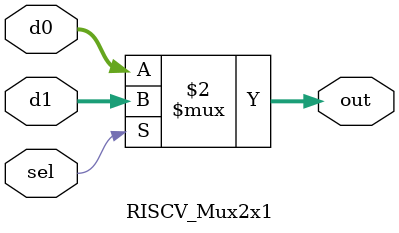
<source format=v>
module RISCV_Mux2x1(input [31:0] d0,input [31:0] d1,input sel,output[31:0] out);

assign out = (sel == 1'b1) ? d1 : d0;
    
endmodule

</source>
